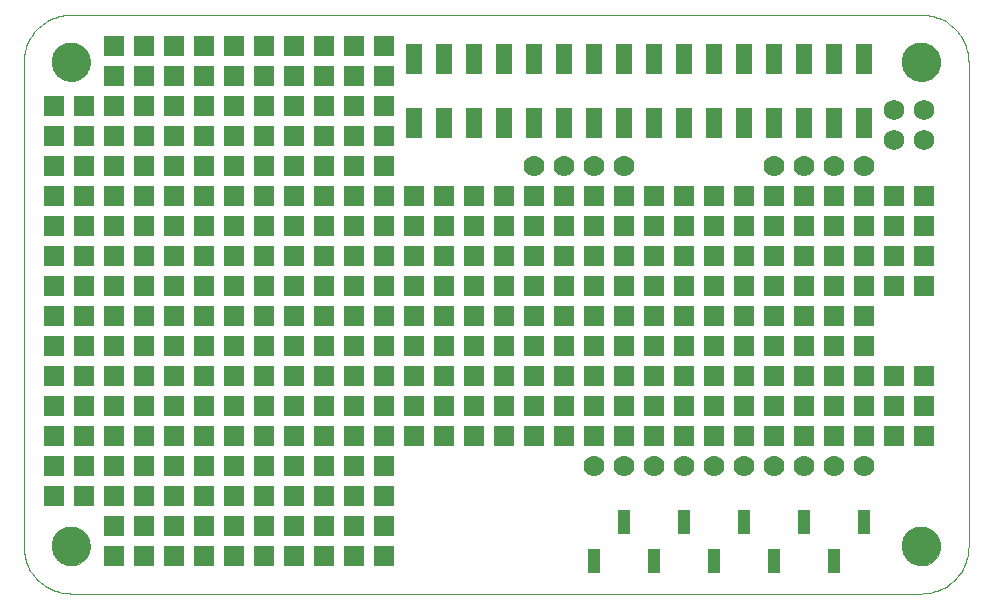
<source format=gbs>
G75*
G70*
%OFA0B0*%
%FSLAX24Y24*%
%IPPOS*%
%LPD*%
%AMOC8*
5,1,8,0,0,1.08239X$1,22.5*
%
%ADD10R,0.0434X0.0827*%
%ADD11R,0.0540X0.1040*%
%ADD12C,0.0000*%
%ADD13C,0.1300*%
%ADD14R,0.0700X0.0700*%
%ADD15C,0.0700*%
%ADD16C,0.0690*%
D10*
X024418Y001600D03*
X026418Y001600D03*
X028418Y001600D03*
X030418Y001600D03*
X032418Y001600D03*
X031418Y002900D03*
X029418Y002900D03*
X027418Y002900D03*
X025418Y002900D03*
X033418Y002900D03*
D11*
X033418Y016175D03*
X032418Y016175D03*
X031418Y016175D03*
X030418Y016175D03*
X029418Y016175D03*
X028418Y016175D03*
X027418Y016175D03*
X026418Y016175D03*
X025418Y016175D03*
X024418Y016175D03*
X023418Y016175D03*
X022418Y016175D03*
X021418Y016175D03*
X020418Y016175D03*
X019418Y016175D03*
X018418Y016175D03*
X018418Y018325D03*
X019418Y018325D03*
X020418Y018325D03*
X021418Y018325D03*
X022418Y018325D03*
X023418Y018325D03*
X024418Y018325D03*
X025418Y018325D03*
X026418Y018325D03*
X027418Y018325D03*
X028418Y018325D03*
X029418Y018325D03*
X030418Y018325D03*
X031418Y018325D03*
X032418Y018325D03*
X033418Y018325D03*
D12*
X005418Y018217D02*
X005418Y002075D01*
X006363Y002075D02*
X006365Y002125D01*
X006371Y002175D01*
X006381Y002224D01*
X006395Y002272D01*
X006412Y002319D01*
X006433Y002364D01*
X006458Y002408D01*
X006486Y002449D01*
X006518Y002488D01*
X006552Y002525D01*
X006589Y002559D01*
X006629Y002589D01*
X006671Y002616D01*
X006715Y002640D01*
X006761Y002661D01*
X006808Y002677D01*
X006856Y002690D01*
X006906Y002699D01*
X006955Y002704D01*
X007006Y002705D01*
X007056Y002702D01*
X007105Y002695D01*
X007154Y002684D01*
X007202Y002669D01*
X007248Y002651D01*
X007293Y002629D01*
X007336Y002603D01*
X007377Y002574D01*
X007416Y002542D01*
X007452Y002507D01*
X007484Y002469D01*
X007514Y002429D01*
X007541Y002386D01*
X007564Y002342D01*
X007583Y002296D01*
X007599Y002248D01*
X007611Y002199D01*
X007619Y002150D01*
X007623Y002100D01*
X007623Y002050D01*
X007619Y002000D01*
X007611Y001951D01*
X007599Y001902D01*
X007583Y001854D01*
X007564Y001808D01*
X007541Y001764D01*
X007514Y001721D01*
X007484Y001681D01*
X007452Y001643D01*
X007416Y001608D01*
X007377Y001576D01*
X007336Y001547D01*
X007293Y001521D01*
X007248Y001499D01*
X007202Y001481D01*
X007154Y001466D01*
X007105Y001455D01*
X007056Y001448D01*
X007006Y001445D01*
X006955Y001446D01*
X006906Y001451D01*
X006856Y001460D01*
X006808Y001473D01*
X006761Y001489D01*
X006715Y001510D01*
X006671Y001534D01*
X006629Y001561D01*
X006589Y001591D01*
X006552Y001625D01*
X006518Y001662D01*
X006486Y001701D01*
X006458Y001742D01*
X006433Y001786D01*
X006412Y001831D01*
X006395Y001878D01*
X006381Y001926D01*
X006371Y001975D01*
X006365Y002025D01*
X006363Y002075D01*
X005418Y002075D02*
X005420Y001998D01*
X005426Y001921D01*
X005435Y001844D01*
X005448Y001768D01*
X005465Y001692D01*
X005486Y001618D01*
X005510Y001544D01*
X005538Y001472D01*
X005569Y001402D01*
X005604Y001333D01*
X005642Y001265D01*
X005683Y001200D01*
X005728Y001137D01*
X005776Y001076D01*
X005826Y001017D01*
X005879Y000961D01*
X005935Y000908D01*
X005994Y000858D01*
X006055Y000810D01*
X006118Y000765D01*
X006183Y000724D01*
X006251Y000686D01*
X006320Y000651D01*
X006390Y000620D01*
X006462Y000592D01*
X006536Y000568D01*
X006610Y000547D01*
X006686Y000530D01*
X006762Y000517D01*
X006839Y000508D01*
X006916Y000502D01*
X006993Y000500D01*
X035339Y000500D01*
X034709Y002075D02*
X034711Y002125D01*
X034717Y002175D01*
X034727Y002224D01*
X034741Y002272D01*
X034758Y002319D01*
X034779Y002364D01*
X034804Y002408D01*
X034832Y002449D01*
X034864Y002488D01*
X034898Y002525D01*
X034935Y002559D01*
X034975Y002589D01*
X035017Y002616D01*
X035061Y002640D01*
X035107Y002661D01*
X035154Y002677D01*
X035202Y002690D01*
X035252Y002699D01*
X035301Y002704D01*
X035352Y002705D01*
X035402Y002702D01*
X035451Y002695D01*
X035500Y002684D01*
X035548Y002669D01*
X035594Y002651D01*
X035639Y002629D01*
X035682Y002603D01*
X035723Y002574D01*
X035762Y002542D01*
X035798Y002507D01*
X035830Y002469D01*
X035860Y002429D01*
X035887Y002386D01*
X035910Y002342D01*
X035929Y002296D01*
X035945Y002248D01*
X035957Y002199D01*
X035965Y002150D01*
X035969Y002100D01*
X035969Y002050D01*
X035965Y002000D01*
X035957Y001951D01*
X035945Y001902D01*
X035929Y001854D01*
X035910Y001808D01*
X035887Y001764D01*
X035860Y001721D01*
X035830Y001681D01*
X035798Y001643D01*
X035762Y001608D01*
X035723Y001576D01*
X035682Y001547D01*
X035639Y001521D01*
X035594Y001499D01*
X035548Y001481D01*
X035500Y001466D01*
X035451Y001455D01*
X035402Y001448D01*
X035352Y001445D01*
X035301Y001446D01*
X035252Y001451D01*
X035202Y001460D01*
X035154Y001473D01*
X035107Y001489D01*
X035061Y001510D01*
X035017Y001534D01*
X034975Y001561D01*
X034935Y001591D01*
X034898Y001625D01*
X034864Y001662D01*
X034832Y001701D01*
X034804Y001742D01*
X034779Y001786D01*
X034758Y001831D01*
X034741Y001878D01*
X034727Y001926D01*
X034717Y001975D01*
X034711Y002025D01*
X034709Y002075D01*
X035339Y000500D02*
X035416Y000502D01*
X035493Y000508D01*
X035570Y000517D01*
X035646Y000530D01*
X035722Y000547D01*
X035796Y000568D01*
X035870Y000592D01*
X035942Y000620D01*
X036012Y000651D01*
X036081Y000686D01*
X036149Y000724D01*
X036214Y000765D01*
X036277Y000810D01*
X036338Y000858D01*
X036397Y000908D01*
X036453Y000961D01*
X036506Y001017D01*
X036556Y001076D01*
X036604Y001137D01*
X036649Y001200D01*
X036690Y001265D01*
X036728Y001333D01*
X036763Y001402D01*
X036794Y001472D01*
X036822Y001544D01*
X036846Y001618D01*
X036867Y001692D01*
X036884Y001768D01*
X036897Y001844D01*
X036906Y001921D01*
X036912Y001998D01*
X036914Y002075D01*
X036914Y018217D01*
X034709Y018217D02*
X034711Y018267D01*
X034717Y018317D01*
X034727Y018366D01*
X034741Y018414D01*
X034758Y018461D01*
X034779Y018506D01*
X034804Y018550D01*
X034832Y018591D01*
X034864Y018630D01*
X034898Y018667D01*
X034935Y018701D01*
X034975Y018731D01*
X035017Y018758D01*
X035061Y018782D01*
X035107Y018803D01*
X035154Y018819D01*
X035202Y018832D01*
X035252Y018841D01*
X035301Y018846D01*
X035352Y018847D01*
X035402Y018844D01*
X035451Y018837D01*
X035500Y018826D01*
X035548Y018811D01*
X035594Y018793D01*
X035639Y018771D01*
X035682Y018745D01*
X035723Y018716D01*
X035762Y018684D01*
X035798Y018649D01*
X035830Y018611D01*
X035860Y018571D01*
X035887Y018528D01*
X035910Y018484D01*
X035929Y018438D01*
X035945Y018390D01*
X035957Y018341D01*
X035965Y018292D01*
X035969Y018242D01*
X035969Y018192D01*
X035965Y018142D01*
X035957Y018093D01*
X035945Y018044D01*
X035929Y017996D01*
X035910Y017950D01*
X035887Y017906D01*
X035860Y017863D01*
X035830Y017823D01*
X035798Y017785D01*
X035762Y017750D01*
X035723Y017718D01*
X035682Y017689D01*
X035639Y017663D01*
X035594Y017641D01*
X035548Y017623D01*
X035500Y017608D01*
X035451Y017597D01*
X035402Y017590D01*
X035352Y017587D01*
X035301Y017588D01*
X035252Y017593D01*
X035202Y017602D01*
X035154Y017615D01*
X035107Y017631D01*
X035061Y017652D01*
X035017Y017676D01*
X034975Y017703D01*
X034935Y017733D01*
X034898Y017767D01*
X034864Y017804D01*
X034832Y017843D01*
X034804Y017884D01*
X034779Y017928D01*
X034758Y017973D01*
X034741Y018020D01*
X034727Y018068D01*
X034717Y018117D01*
X034711Y018167D01*
X034709Y018217D01*
X035339Y019792D02*
X035416Y019790D01*
X035493Y019784D01*
X035570Y019775D01*
X035646Y019762D01*
X035722Y019745D01*
X035796Y019724D01*
X035870Y019700D01*
X035942Y019672D01*
X036012Y019641D01*
X036081Y019606D01*
X036149Y019568D01*
X036214Y019527D01*
X036277Y019482D01*
X036338Y019434D01*
X036397Y019384D01*
X036453Y019331D01*
X036506Y019275D01*
X036556Y019216D01*
X036604Y019155D01*
X036649Y019092D01*
X036690Y019027D01*
X036728Y018959D01*
X036763Y018890D01*
X036794Y018820D01*
X036822Y018748D01*
X036846Y018674D01*
X036867Y018600D01*
X036884Y018524D01*
X036897Y018448D01*
X036906Y018371D01*
X036912Y018294D01*
X036914Y018217D01*
X035339Y019791D02*
X006993Y019791D01*
X006363Y018217D02*
X006365Y018267D01*
X006371Y018317D01*
X006381Y018366D01*
X006395Y018414D01*
X006412Y018461D01*
X006433Y018506D01*
X006458Y018550D01*
X006486Y018591D01*
X006518Y018630D01*
X006552Y018667D01*
X006589Y018701D01*
X006629Y018731D01*
X006671Y018758D01*
X006715Y018782D01*
X006761Y018803D01*
X006808Y018819D01*
X006856Y018832D01*
X006906Y018841D01*
X006955Y018846D01*
X007006Y018847D01*
X007056Y018844D01*
X007105Y018837D01*
X007154Y018826D01*
X007202Y018811D01*
X007248Y018793D01*
X007293Y018771D01*
X007336Y018745D01*
X007377Y018716D01*
X007416Y018684D01*
X007452Y018649D01*
X007484Y018611D01*
X007514Y018571D01*
X007541Y018528D01*
X007564Y018484D01*
X007583Y018438D01*
X007599Y018390D01*
X007611Y018341D01*
X007619Y018292D01*
X007623Y018242D01*
X007623Y018192D01*
X007619Y018142D01*
X007611Y018093D01*
X007599Y018044D01*
X007583Y017996D01*
X007564Y017950D01*
X007541Y017906D01*
X007514Y017863D01*
X007484Y017823D01*
X007452Y017785D01*
X007416Y017750D01*
X007377Y017718D01*
X007336Y017689D01*
X007293Y017663D01*
X007248Y017641D01*
X007202Y017623D01*
X007154Y017608D01*
X007105Y017597D01*
X007056Y017590D01*
X007006Y017587D01*
X006955Y017588D01*
X006906Y017593D01*
X006856Y017602D01*
X006808Y017615D01*
X006761Y017631D01*
X006715Y017652D01*
X006671Y017676D01*
X006629Y017703D01*
X006589Y017733D01*
X006552Y017767D01*
X006518Y017804D01*
X006486Y017843D01*
X006458Y017884D01*
X006433Y017928D01*
X006412Y017973D01*
X006395Y018020D01*
X006381Y018068D01*
X006371Y018117D01*
X006365Y018167D01*
X006363Y018217D01*
X005418Y018217D02*
X005420Y018294D01*
X005426Y018371D01*
X005435Y018448D01*
X005448Y018524D01*
X005465Y018600D01*
X005486Y018674D01*
X005510Y018748D01*
X005538Y018820D01*
X005569Y018890D01*
X005604Y018959D01*
X005642Y019027D01*
X005683Y019092D01*
X005728Y019155D01*
X005776Y019216D01*
X005826Y019275D01*
X005879Y019331D01*
X005935Y019384D01*
X005994Y019434D01*
X006055Y019482D01*
X006118Y019527D01*
X006183Y019568D01*
X006251Y019606D01*
X006320Y019641D01*
X006390Y019672D01*
X006462Y019700D01*
X006536Y019724D01*
X006610Y019745D01*
X006686Y019762D01*
X006762Y019775D01*
X006839Y019784D01*
X006916Y019790D01*
X006993Y019792D01*
D13*
X006993Y018217D03*
X035339Y018217D03*
X035339Y002075D03*
X006993Y002075D03*
D14*
X008418Y001750D03*
X009418Y001750D03*
X010418Y001750D03*
X011418Y001750D03*
X012418Y001750D03*
X013418Y001750D03*
X014418Y001750D03*
X015418Y001750D03*
X016418Y001750D03*
X017418Y001750D03*
X017418Y002750D03*
X016418Y002750D03*
X015418Y002750D03*
X014418Y002750D03*
X013418Y002750D03*
X012418Y002750D03*
X011418Y002750D03*
X010418Y002750D03*
X009418Y002750D03*
X008418Y002750D03*
X008418Y003750D03*
X009418Y003750D03*
X010418Y003750D03*
X011418Y003750D03*
X012418Y003750D03*
X013418Y003750D03*
X014418Y003750D03*
X015418Y003750D03*
X016418Y003750D03*
X017418Y003750D03*
X017418Y004750D03*
X016418Y004750D03*
X015418Y004750D03*
X014418Y004750D03*
X013418Y004750D03*
X012418Y004750D03*
X011418Y004750D03*
X010418Y004750D03*
X009418Y004750D03*
X008418Y004750D03*
X007418Y004750D03*
X006418Y004750D03*
X006418Y003750D03*
X007418Y003750D03*
X007418Y005750D03*
X006418Y005750D03*
X006418Y006750D03*
X007418Y006750D03*
X008418Y006750D03*
X009418Y006750D03*
X010418Y006750D03*
X011418Y006750D03*
X012418Y006750D03*
X013418Y006750D03*
X014418Y006750D03*
X015418Y006750D03*
X016418Y006750D03*
X017418Y006750D03*
X018418Y006750D03*
X019418Y006750D03*
X020418Y006750D03*
X021418Y006750D03*
X022418Y006750D03*
X023418Y006750D03*
X024418Y006750D03*
X025418Y006750D03*
X026418Y006750D03*
X027418Y006750D03*
X028418Y006750D03*
X029418Y006750D03*
X030418Y006750D03*
X031418Y006750D03*
X032418Y006750D03*
X033418Y006750D03*
X034418Y006750D03*
X035418Y006750D03*
X035418Y005750D03*
X034418Y005750D03*
X033418Y005750D03*
X032418Y005750D03*
X031418Y005750D03*
X030418Y005750D03*
X029418Y005750D03*
X028418Y005750D03*
X027418Y005750D03*
X026418Y005750D03*
X025418Y005750D03*
X024418Y005750D03*
X023418Y005750D03*
X022418Y005750D03*
X021418Y005750D03*
X020418Y005750D03*
X019418Y005750D03*
X018418Y005750D03*
X017418Y005750D03*
X016418Y005750D03*
X015418Y005750D03*
X014418Y005750D03*
X013418Y005750D03*
X012418Y005750D03*
X011418Y005750D03*
X010418Y005750D03*
X009418Y005750D03*
X008418Y005750D03*
X008418Y007750D03*
X009418Y007750D03*
X010418Y007750D03*
X011418Y007750D03*
X012418Y007750D03*
X013418Y007750D03*
X014418Y007750D03*
X015418Y007750D03*
X016418Y007750D03*
X017418Y007750D03*
X018418Y007750D03*
X019418Y007750D03*
X020418Y007750D03*
X021418Y007750D03*
X022418Y007750D03*
X023418Y007750D03*
X024418Y007750D03*
X025418Y007750D03*
X026418Y007750D03*
X027418Y007750D03*
X028418Y007750D03*
X029418Y007750D03*
X030418Y007750D03*
X031418Y007750D03*
X032418Y007750D03*
X033418Y007750D03*
X034418Y007750D03*
X035418Y007750D03*
X033418Y008750D03*
X032418Y008750D03*
X031418Y008750D03*
X030418Y008750D03*
X029418Y008750D03*
X028418Y008750D03*
X027418Y008750D03*
X026418Y008750D03*
X025418Y008750D03*
X024418Y008750D03*
X023418Y008750D03*
X022418Y008750D03*
X021418Y008750D03*
X020418Y008750D03*
X019418Y008750D03*
X018418Y008750D03*
X017418Y008750D03*
X016418Y008750D03*
X015418Y008750D03*
X014418Y008750D03*
X013418Y008750D03*
X012418Y008750D03*
X011418Y008750D03*
X010418Y008750D03*
X009418Y008750D03*
X008418Y008750D03*
X007418Y008750D03*
X006418Y008750D03*
X006418Y007750D03*
X007418Y007750D03*
X007418Y009750D03*
X006418Y009750D03*
X006418Y010750D03*
X007418Y010750D03*
X008418Y010750D03*
X009418Y010750D03*
X010418Y010750D03*
X011418Y010750D03*
X012418Y010750D03*
X013418Y010750D03*
X014418Y010750D03*
X015418Y010750D03*
X016418Y010750D03*
X017418Y010750D03*
X018418Y010750D03*
X019418Y010750D03*
X020418Y010750D03*
X021418Y010750D03*
X022418Y010750D03*
X023418Y010750D03*
X024418Y010750D03*
X025418Y010750D03*
X026418Y010750D03*
X027418Y010750D03*
X028418Y010750D03*
X029418Y010750D03*
X030418Y010750D03*
X031418Y010750D03*
X032418Y010750D03*
X033418Y010750D03*
X034418Y010750D03*
X035418Y010750D03*
X035418Y011750D03*
X034418Y011750D03*
X033418Y011750D03*
X032418Y011750D03*
X031418Y011750D03*
X030418Y011750D03*
X029418Y011750D03*
X028418Y011750D03*
X027418Y011750D03*
X026418Y011750D03*
X025418Y011750D03*
X024418Y011750D03*
X023418Y011750D03*
X022418Y011750D03*
X021418Y011750D03*
X020418Y011750D03*
X019418Y011750D03*
X018418Y011750D03*
X017418Y011750D03*
X016418Y011750D03*
X015418Y011750D03*
X014418Y011750D03*
X013418Y011750D03*
X012418Y011750D03*
X011418Y011750D03*
X010418Y011750D03*
X009418Y011750D03*
X008418Y011750D03*
X007418Y011750D03*
X006418Y011750D03*
X006418Y012750D03*
X007418Y012750D03*
X008418Y012750D03*
X009418Y012750D03*
X010418Y012750D03*
X011418Y012750D03*
X012418Y012750D03*
X013418Y012750D03*
X014418Y012750D03*
X015418Y012750D03*
X016418Y012750D03*
X017418Y012750D03*
X018418Y012750D03*
X019418Y012750D03*
X020418Y012750D03*
X021418Y012750D03*
X022418Y012750D03*
X023418Y012750D03*
X024418Y012750D03*
X025418Y012750D03*
X026418Y012750D03*
X027418Y012750D03*
X028418Y012750D03*
X029418Y012750D03*
X030418Y012750D03*
X031418Y012750D03*
X032418Y012750D03*
X033418Y012750D03*
X034418Y012750D03*
X035418Y012750D03*
X035418Y013750D03*
X034418Y013750D03*
X033418Y013750D03*
X032418Y013750D03*
X031418Y013750D03*
X030418Y013750D03*
X029418Y013750D03*
X028418Y013750D03*
X027418Y013750D03*
X026418Y013750D03*
X025418Y013750D03*
X024418Y013750D03*
X023418Y013750D03*
X022418Y013750D03*
X021418Y013750D03*
X020418Y013750D03*
X019418Y013750D03*
X018418Y013750D03*
X017418Y013750D03*
X016418Y013750D03*
X015418Y013750D03*
X014418Y013750D03*
X013418Y013750D03*
X012418Y013750D03*
X011418Y013750D03*
X010418Y013750D03*
X009418Y013750D03*
X008418Y013750D03*
X007418Y013750D03*
X006418Y013750D03*
X006418Y014750D03*
X007418Y014750D03*
X008418Y014750D03*
X009418Y014750D03*
X010418Y014750D03*
X011418Y014750D03*
X012418Y014750D03*
X013418Y014750D03*
X014418Y014750D03*
X015418Y014750D03*
X016418Y014750D03*
X017418Y014750D03*
X017418Y015750D03*
X016418Y015750D03*
X015418Y015750D03*
X014418Y015750D03*
X013418Y015750D03*
X012418Y015750D03*
X011418Y015750D03*
X010418Y015750D03*
X009418Y015750D03*
X008418Y015750D03*
X007418Y015750D03*
X006418Y015750D03*
X006418Y016750D03*
X007418Y016750D03*
X008418Y016750D03*
X009418Y016750D03*
X010418Y016750D03*
X011418Y016750D03*
X012418Y016750D03*
X013418Y016750D03*
X014418Y016750D03*
X015418Y016750D03*
X016418Y016750D03*
X017418Y016750D03*
X017418Y017750D03*
X016418Y017750D03*
X015418Y017750D03*
X014418Y017750D03*
X013418Y017750D03*
X012418Y017750D03*
X011418Y017750D03*
X010418Y017750D03*
X009418Y017750D03*
X008418Y017750D03*
X008418Y018750D03*
X009418Y018750D03*
X010418Y018750D03*
X011418Y018750D03*
X012418Y018750D03*
X013418Y018750D03*
X014418Y018750D03*
X015418Y018750D03*
X016418Y018750D03*
X017418Y018750D03*
X017418Y009750D03*
X016418Y009750D03*
X015418Y009750D03*
X014418Y009750D03*
X013418Y009750D03*
X012418Y009750D03*
X011418Y009750D03*
X010418Y009750D03*
X009418Y009750D03*
X008418Y009750D03*
X018418Y009750D03*
X019418Y009750D03*
X020418Y009750D03*
X021418Y009750D03*
X022418Y009750D03*
X023418Y009750D03*
X024418Y009750D03*
X025418Y009750D03*
X026418Y009750D03*
X027418Y009750D03*
X028418Y009750D03*
X029418Y009750D03*
X030418Y009750D03*
X031418Y009750D03*
X032418Y009750D03*
X033418Y009750D03*
D15*
X033418Y004750D03*
X032418Y004750D03*
X031418Y004750D03*
X030418Y004750D03*
X029418Y004750D03*
X028418Y004750D03*
X027418Y004750D03*
X026418Y004750D03*
X025418Y004750D03*
X024418Y004750D03*
X024418Y014750D03*
X023418Y014750D03*
X022418Y014750D03*
X025418Y014750D03*
X030418Y014750D03*
X031418Y014750D03*
X032418Y014750D03*
X033418Y014750D03*
D16*
X034418Y015625D03*
X035418Y015625D03*
X035418Y016625D03*
X034418Y016625D03*
M02*

</source>
